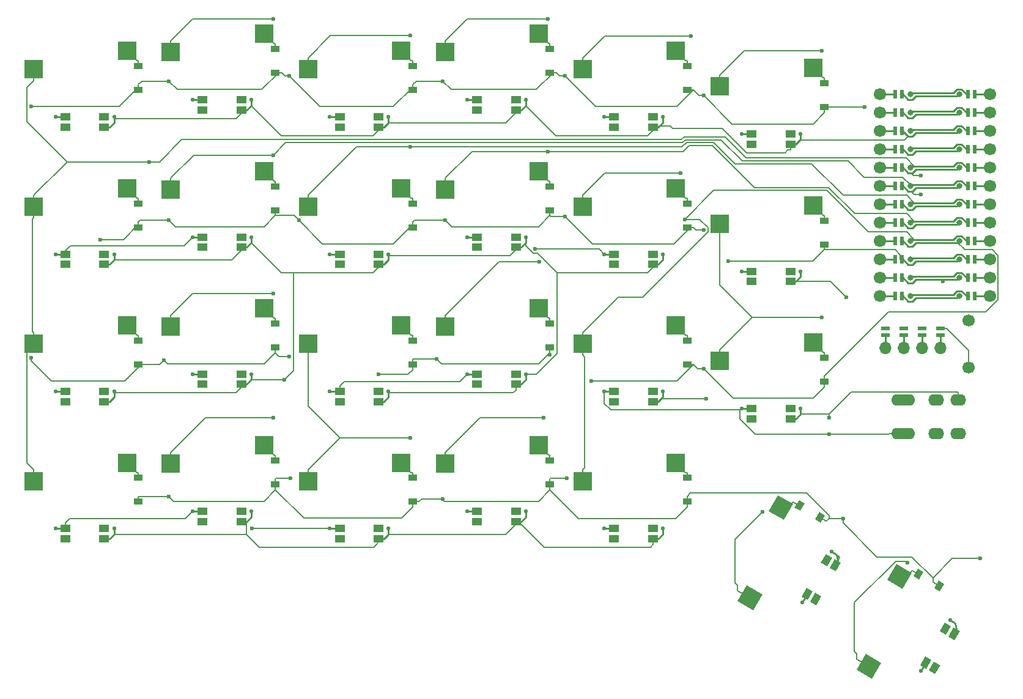
<source format=gbl>
G04 #@! TF.GenerationSoftware,KiCad,Pcbnew,8.0.8+1*
G04 #@! TF.CreationDate,2025-06-17T16:01:52+00:00*
G04 #@! TF.ProjectId,eggada50_autorouted,65676761-6461-4353-905f-6175746f726f,0.2*
G04 #@! TF.SameCoordinates,Original*
G04 #@! TF.FileFunction,Copper,L2,Bot*
G04 #@! TF.FilePolarity,Positive*
%FSLAX46Y46*%
G04 Gerber Fmt 4.6, Leading zero omitted, Abs format (unit mm)*
G04 Created by KiCad (PCBNEW 8.0.8+1) date 2025-06-17 16:01:52*
%MOMM*%
%LPD*%
G01*
G04 APERTURE LIST*
G04 #@! TA.AperFunction,ComponentPad*
%ADD10C,1.700000*%
G04 #@! TD*
G04 #@! TA.AperFunction,SMDPad,CuDef*
%ADD11R,0.600000X1.200000*%
G04 #@! TD*
G04 #@! TA.AperFunction,ComponentPad*
%ADD12C,0.800000*%
G04 #@! TD*
G04 #@! TA.AperFunction,ComponentPad*
%ADD13O,2.200000X1.600000*%
G04 #@! TD*
G04 #@! TA.AperFunction,ComponentPad*
%ADD14O,3.300000X1.600000*%
G04 #@! TD*
G04 #@! TA.AperFunction,ComponentPad*
%ADD15O,1.700000X1.700000*%
G04 #@! TD*
G04 #@! TA.AperFunction,SMDPad,CuDef*
%ADD16R,1.200000X0.600000*%
G04 #@! TD*
G04 #@! TA.AperFunction,SMDPad,CuDef*
%ADD17R,1.400000X1.000000*%
G04 #@! TD*
G04 #@! TA.AperFunction,SMDPad,CuDef*
%ADD18R,1.200000X0.900000*%
G04 #@! TD*
G04 #@! TA.AperFunction,SMDPad,CuDef*
%ADD19R,2.550000X2.500000*%
G04 #@! TD*
G04 #@! TA.AperFunction,ViaPad*
%ADD20C,0.600000*%
G04 #@! TD*
G04 #@! TA.AperFunction,ViaPad*
%ADD21C,0.560000*%
G04 #@! TD*
G04 #@! TA.AperFunction,Conductor*
%ADD22C,0.200000*%
G04 #@! TD*
G04 #@! TA.AperFunction,Conductor*
%ADD23C,0.250000*%
G04 #@! TD*
G04 APERTURE END LIST*
D10*
X222350000Y-75251000D03*
X222350000Y-81751000D03*
D11*
X223184000Y-43920000D03*
D10*
X225324000Y-43920000D03*
D11*
X223184000Y-46460000D03*
D10*
X225324000Y-46460000D03*
D11*
X223184000Y-49000000D03*
D10*
X225324000Y-49000000D03*
D11*
X223184000Y-51540000D03*
D10*
X225324000Y-51540000D03*
D11*
X223184000Y-54080000D03*
D10*
X225324000Y-54080000D03*
D11*
X223184000Y-56620000D03*
D10*
X225324000Y-56620000D03*
D11*
X223184000Y-59160000D03*
D10*
X225324000Y-59160000D03*
D11*
X223184000Y-61700000D03*
D10*
X225324000Y-61700000D03*
D11*
X223184000Y-64240000D03*
D10*
X225324000Y-64240000D03*
D11*
X223184000Y-66780000D03*
D10*
X225324000Y-66780000D03*
D11*
X223184000Y-69320000D03*
D10*
X225324000Y-69320000D03*
D11*
X223184000Y-71860000D03*
D10*
X225324000Y-71860000D03*
X210084000Y-71860000D03*
D11*
X212224000Y-71860000D03*
D10*
X210084000Y-69320000D03*
D11*
X212224000Y-69320000D03*
D10*
X210084000Y-66780000D03*
D11*
X212224000Y-66780000D03*
D10*
X210084000Y-64240000D03*
D11*
X212224000Y-64240000D03*
D10*
X210084000Y-61700000D03*
D11*
X212224000Y-61700000D03*
D10*
X210084000Y-59160000D03*
D11*
X212224000Y-59160000D03*
D10*
X210084000Y-56620000D03*
D11*
X212224000Y-56620000D03*
D10*
X210084000Y-54080000D03*
D11*
X212224000Y-54080000D03*
D10*
X210084000Y-51540000D03*
D11*
X212224000Y-51540000D03*
D10*
X210084000Y-49000000D03*
D11*
X212224000Y-49000000D03*
D10*
X210084000Y-46460000D03*
D11*
X212224000Y-46460000D03*
D10*
X210084000Y-43920000D03*
D11*
X212224000Y-43920000D03*
X213124000Y-43920000D03*
D12*
X221104000Y-43920000D03*
D11*
X213124000Y-46460000D03*
D12*
X221104000Y-46460000D03*
D11*
X213124000Y-49000000D03*
D12*
X221104000Y-49000000D03*
D11*
X213124000Y-51540000D03*
D12*
X221104000Y-51540000D03*
D11*
X213124000Y-54080000D03*
D12*
X221104000Y-54080000D03*
D11*
X213124000Y-56620000D03*
D12*
X221104000Y-56620000D03*
D11*
X213124000Y-59160000D03*
D12*
X221104000Y-59160000D03*
D11*
X213124000Y-61700000D03*
D12*
X221104000Y-61700000D03*
D11*
X213124000Y-64240000D03*
D12*
X221104000Y-64240000D03*
D11*
X213124000Y-66780000D03*
D12*
X221104000Y-66780000D03*
D11*
X213124000Y-69320000D03*
D12*
X221104000Y-69320000D03*
D11*
X213124000Y-71860000D03*
D12*
X221104000Y-71860000D03*
X214304000Y-71860000D03*
D11*
X222284000Y-71860000D03*
D12*
X214304000Y-69320000D03*
D11*
X222284000Y-69320000D03*
D12*
X214304000Y-66780000D03*
D11*
X222284000Y-66780000D03*
D12*
X214304000Y-64240000D03*
D11*
X222284000Y-64240000D03*
D12*
X214304000Y-61700000D03*
D11*
X222284000Y-61700000D03*
D12*
X214304000Y-59160000D03*
D11*
X222284000Y-59160000D03*
D12*
X214304000Y-56620000D03*
D11*
X222284000Y-56620000D03*
D12*
X214304000Y-54080000D03*
D11*
X222284000Y-54080000D03*
D12*
X214304000Y-51540000D03*
D11*
X222284000Y-51540000D03*
D12*
X214304000Y-49000000D03*
D11*
X222284000Y-49000000D03*
D12*
X214304000Y-46460000D03*
D11*
X222284000Y-46460000D03*
D12*
X214304000Y-43920000D03*
D11*
X222284000Y-43920000D03*
D13*
X220910000Y-86260000D03*
X220910000Y-90860000D03*
X217910000Y-86260000D03*
X217910000Y-90860000D03*
D14*
X213360000Y-86260000D03*
X213360000Y-90860000D03*
D15*
X210837000Y-79008000D03*
X213377000Y-79008000D03*
X215917000Y-79008000D03*
X218457000Y-79008000D03*
D16*
X218457000Y-77258000D03*
X215917000Y-77258000D03*
X213377000Y-77258000D03*
X210837000Y-77258000D03*
X218457000Y-76358000D03*
X215917000Y-76358000D03*
X213377000Y-76358000D03*
X210837000Y-76358000D03*
D17*
X135300000Y-104050000D03*
X135300000Y-105450000D03*
X140700000Y-105450000D03*
X140700000Y-104050000D03*
G04 #@! TA.AperFunction,SMDPad,CuDef*
G36*
X209007327Y-124834972D02*
G01*
X206842263Y-123584972D01*
X208117263Y-121376608D01*
X210282327Y-122626608D01*
X209007327Y-124834972D01*
G37*
G04 #@! TD.AperFunction*
G04 #@! TA.AperFunction,SMDPad,CuDef*
G36*
X213271123Y-112369862D02*
G01*
X211106059Y-111119862D01*
X212381059Y-108911498D01*
X214546123Y-110161498D01*
X213271123Y-112369862D01*
G37*
G04 #@! TD.AperFunction*
D18*
X183400000Y-100325000D03*
X183400000Y-97025000D03*
D19*
X149915000Y-76085000D03*
X162842000Y-73545000D03*
D17*
X97300000Y-47050000D03*
X97300000Y-48450000D03*
X102700000Y-48450000D03*
X102700000Y-47050000D03*
D18*
X145400000Y-100325000D03*
X145400000Y-97025000D03*
X202400000Y-83700000D03*
X202400000Y-80400000D03*
D19*
X149915000Y-57085000D03*
X162842000Y-54545000D03*
D17*
X97300000Y-66050000D03*
X97300000Y-67450000D03*
X102700000Y-67450000D03*
X102700000Y-66050000D03*
D18*
X107400000Y-81325000D03*
X107400000Y-78025000D03*
D17*
X97300000Y-85050000D03*
X97300000Y-86450000D03*
X102700000Y-86450000D03*
X102700000Y-85050000D03*
D19*
X92915000Y-97460000D03*
X105842000Y-94920000D03*
D17*
X173300000Y-85050000D03*
X173300000Y-86450000D03*
X178700000Y-86450000D03*
X178700000Y-85050000D03*
G04 #@! TA.AperFunction,SMDPad,CuDef*
G36*
X218975653Y-111699285D02*
G01*
X218375653Y-112738515D01*
X217596231Y-112288515D01*
X218196231Y-111249285D01*
X218975653Y-111699285D01*
G37*
G04 #@! TD.AperFunction*
G04 #@! TA.AperFunction,SMDPad,CuDef*
G36*
X216117769Y-110049285D02*
G01*
X215517769Y-111088515D01*
X214738347Y-110638515D01*
X215338347Y-109599285D01*
X216117769Y-110049285D01*
G37*
G04 #@! TD.AperFunction*
G04 #@! TA.AperFunction,SMDPad,CuDef*
G36*
X199924369Y-112247051D02*
G01*
X200790395Y-112747051D01*
X200090395Y-113959487D01*
X199224369Y-113459487D01*
X199924369Y-112247051D01*
G37*
G04 #@! TD.AperFunction*
G04 #@! TA.AperFunction,SMDPad,CuDef*
G36*
X201136805Y-112947051D02*
G01*
X202002831Y-113447051D01*
X201302831Y-114659487D01*
X200436805Y-114159487D01*
X201136805Y-112947051D01*
G37*
G04 #@! TD.AperFunction*
G04 #@! TA.AperFunction,SMDPad,CuDef*
G36*
X203836805Y-108270513D02*
G01*
X204702831Y-108770513D01*
X204002831Y-109982949D01*
X203136805Y-109482949D01*
X203836805Y-108270513D01*
G37*
G04 #@! TD.AperFunction*
G04 #@! TA.AperFunction,SMDPad,CuDef*
G36*
X202624369Y-107570513D02*
G01*
X203490395Y-108070513D01*
X202790395Y-109282949D01*
X201924369Y-108782949D01*
X202624369Y-107570513D01*
G37*
G04 #@! TD.AperFunction*
X116300000Y-63675000D03*
X116300000Y-65075000D03*
X121700000Y-65075000D03*
X121700000Y-63675000D03*
D19*
X168915000Y-59460000D03*
X181842000Y-56920000D03*
D17*
X192300000Y-49425000D03*
X192300000Y-50825000D03*
X197700000Y-50825000D03*
X197700000Y-49425000D03*
D18*
X126400000Y-40950000D03*
X126400000Y-37650000D03*
D19*
X111915000Y-38085000D03*
X124842000Y-35545000D03*
D17*
X154300000Y-82675000D03*
X154300000Y-84075000D03*
X159700000Y-84075000D03*
X159700000Y-82675000D03*
X154300000Y-101675000D03*
X154300000Y-103075000D03*
X159700000Y-103075000D03*
X159700000Y-101675000D03*
D19*
X168915000Y-40460000D03*
X181842000Y-37920000D03*
D17*
X116300000Y-44675000D03*
X116300000Y-46075000D03*
X121700000Y-46075000D03*
X121700000Y-44675000D03*
D18*
X145400000Y-81325000D03*
X145400000Y-78025000D03*
D17*
X154300000Y-44675000D03*
X154300000Y-46075000D03*
X159700000Y-46075000D03*
X159700000Y-44675000D03*
D18*
X164400000Y-40950000D03*
X164400000Y-37650000D03*
X183400000Y-43325000D03*
X183400000Y-40025000D03*
X145400000Y-43325000D03*
X145400000Y-40025000D03*
X107400000Y-100325000D03*
X107400000Y-97025000D03*
D19*
X168915000Y-97460000D03*
X181842000Y-94920000D03*
X130915000Y-59460000D03*
X143842000Y-56920000D03*
D18*
X126400000Y-59950000D03*
X126400000Y-56650000D03*
D17*
X192300000Y-87425000D03*
X192300000Y-88825000D03*
X197700000Y-88825000D03*
X197700000Y-87425000D03*
D19*
X111915000Y-57085000D03*
X124842000Y-54545000D03*
D17*
X192300000Y-68425000D03*
X192300000Y-69825000D03*
X197700000Y-69825000D03*
X197700000Y-68425000D03*
G04 #@! TA.AperFunction,SMDPad,CuDef*
G36*
X192552827Y-115334972D02*
G01*
X190387763Y-114084972D01*
X191662763Y-111876608D01*
X193827827Y-113126608D01*
X192552827Y-115334972D01*
G37*
G04 #@! TD.AperFunction*
G04 #@! TA.AperFunction,SMDPad,CuDef*
G36*
X196816623Y-102869862D02*
G01*
X194651559Y-101619862D01*
X195926559Y-99411498D01*
X198091623Y-100661498D01*
X196816623Y-102869862D01*
G37*
G04 #@! TD.AperFunction*
D18*
X164400000Y-59950000D03*
X164400000Y-56650000D03*
D19*
X92915000Y-40460000D03*
X105842000Y-37920000D03*
G04 #@! TA.AperFunction,SMDPad,CuDef*
G36*
X202521153Y-102199285D02*
G01*
X201921153Y-103238515D01*
X201141731Y-102788515D01*
X201741731Y-101749285D01*
X202521153Y-102199285D01*
G37*
G04 #@! TD.AperFunction*
G04 #@! TA.AperFunction,SMDPad,CuDef*
G36*
X199663269Y-100549285D02*
G01*
X199063269Y-101588515D01*
X198283847Y-101138515D01*
X198883847Y-100099285D01*
X199663269Y-100549285D01*
G37*
G04 #@! TD.AperFunction*
X130915000Y-97460000D03*
X143842000Y-94920000D03*
X130915000Y-78460000D03*
X143842000Y-75920000D03*
D18*
X164400000Y-78950000D03*
X164400000Y-75650000D03*
D17*
X116300000Y-82675000D03*
X116300000Y-84075000D03*
X121700000Y-84075000D03*
X121700000Y-82675000D03*
D19*
X149915000Y-95085000D03*
X162842000Y-92545000D03*
D18*
X183400000Y-62325000D03*
X183400000Y-59025000D03*
D17*
X135300000Y-66050000D03*
X135300000Y-67450000D03*
X140700000Y-67450000D03*
X140700000Y-66050000D03*
X116300000Y-101675000D03*
X116300000Y-103075000D03*
X121700000Y-103075000D03*
X121700000Y-101675000D03*
D19*
X168915000Y-78460000D03*
X181842000Y-75920000D03*
X92915000Y-78460000D03*
X105842000Y-75920000D03*
X149915000Y-38085000D03*
X162842000Y-35545000D03*
X187915000Y-61835000D03*
X200842000Y-59295000D03*
D17*
X135300000Y-47050000D03*
X135300000Y-48450000D03*
X140700000Y-48450000D03*
X140700000Y-47050000D03*
D18*
X107400000Y-43325000D03*
X107400000Y-40025000D03*
X145400000Y-62325000D03*
X145400000Y-59025000D03*
D19*
X187915000Y-42835000D03*
X200842000Y-40295000D03*
X130915000Y-40460000D03*
X143842000Y-37920000D03*
D17*
X173300000Y-66050000D03*
X173300000Y-67450000D03*
X178700000Y-67450000D03*
X178700000Y-66050000D03*
D19*
X111915000Y-95085000D03*
X124842000Y-92545000D03*
X92915000Y-59460000D03*
X105842000Y-56920000D03*
D18*
X107400000Y-62325000D03*
X107400000Y-59025000D03*
X202400000Y-64700000D03*
X202400000Y-61400000D03*
D17*
X173300000Y-104050000D03*
X173300000Y-105450000D03*
X178700000Y-105450000D03*
X178700000Y-104050000D03*
X173300000Y-47050000D03*
X173300000Y-48450000D03*
X178700000Y-48450000D03*
X178700000Y-47050000D03*
G04 #@! TA.AperFunction,SMDPad,CuDef*
G36*
X216378869Y-121747051D02*
G01*
X217244895Y-122247051D01*
X216544895Y-123459487D01*
X215678869Y-122959487D01*
X216378869Y-121747051D01*
G37*
G04 #@! TD.AperFunction*
G04 #@! TA.AperFunction,SMDPad,CuDef*
G36*
X217591305Y-122447051D02*
G01*
X218457331Y-122947051D01*
X217757331Y-124159487D01*
X216891305Y-123659487D01*
X217591305Y-122447051D01*
G37*
G04 #@! TD.AperFunction*
G04 #@! TA.AperFunction,SMDPad,CuDef*
G36*
X220291305Y-117770513D02*
G01*
X221157331Y-118270513D01*
X220457331Y-119482949D01*
X219591305Y-118982949D01*
X220291305Y-117770513D01*
G37*
G04 #@! TD.AperFunction*
G04 #@! TA.AperFunction,SMDPad,CuDef*
G36*
X219078869Y-117070513D02*
G01*
X219944895Y-117570513D01*
X219244895Y-118782949D01*
X218378869Y-118282949D01*
X219078869Y-117070513D01*
G37*
G04 #@! TD.AperFunction*
D18*
X126400000Y-97950000D03*
X126400000Y-94650000D03*
D17*
X135300000Y-85050000D03*
X135300000Y-86450000D03*
X140700000Y-86450000D03*
X140700000Y-85050000D03*
D18*
X202400000Y-45700000D03*
X202400000Y-42400000D03*
X183400000Y-81325000D03*
X183400000Y-78025000D03*
D19*
X111915000Y-76085000D03*
X124842000Y-73545000D03*
D18*
X126400000Y-78950000D03*
X126400000Y-75650000D03*
D19*
X187915000Y-80835000D03*
X200842000Y-78295000D03*
D18*
X164400000Y-97950000D03*
X164400000Y-94650000D03*
D17*
X97300000Y-104050000D03*
X97300000Y-105450000D03*
X102700000Y-105450000D03*
X102700000Y-104050000D03*
X154300000Y-63675000D03*
X154300000Y-65075000D03*
X159700000Y-65075000D03*
X159700000Y-63675000D03*
D20*
X108904400Y-53270200D03*
D21*
X161060000Y-82675000D03*
X199060000Y-68425000D03*
X180060000Y-85050000D03*
X180060000Y-47050000D03*
X142060000Y-66050000D03*
X142060000Y-85050000D03*
D20*
X186024600Y-86108000D03*
D21*
X219842000Y-116749000D03*
X180060000Y-66050000D03*
X142060000Y-47050000D03*
X123060000Y-82675000D03*
X104060000Y-66050000D03*
X104060000Y-85050000D03*
X180060000Y-104050000D03*
X203387000Y-107249000D03*
D20*
X203113300Y-88715400D03*
D21*
X142060000Y-104050000D03*
X161060000Y-63675000D03*
X199060000Y-87425000D03*
X104060000Y-47050000D03*
X123060000Y-63675000D03*
X123060000Y-44675000D03*
X161060000Y-101675000D03*
D20*
X127673500Y-83402700D03*
D21*
X104060000Y-104050000D03*
X199060000Y-49425000D03*
D20*
X205429900Y-72018500D03*
D21*
X161060000Y-44675000D03*
X123060000Y-101675000D03*
D20*
X126085000Y-71492200D03*
X126085000Y-88715400D03*
X126085000Y-52344900D03*
X126085000Y-33490100D03*
X145085000Y-51227900D03*
X145085000Y-91499800D03*
X145085000Y-35811200D03*
X162935200Y-67094200D03*
X164085000Y-51850900D03*
X164085000Y-33464200D03*
X163560600Y-88715400D03*
X183942700Y-35855600D03*
X182524400Y-54790200D03*
X183085000Y-61222300D03*
X193831400Y-101747700D03*
X202085000Y-37874500D03*
X202085000Y-74793400D03*
X213943500Y-108745600D03*
X166790800Y-97068700D03*
X223964400Y-108206200D03*
X111600000Y-99573300D03*
X205014500Y-102637400D03*
X128473200Y-97068600D03*
X149538400Y-99977600D03*
X110923800Y-80732200D03*
X128291600Y-80189900D03*
X170132600Y-83623200D03*
X164344000Y-79968500D03*
X185689200Y-81919700D03*
X140653600Y-82711100D03*
X148698300Y-80573300D03*
X92600000Y-80369600D03*
X129698300Y-61384900D03*
X111640600Y-61331800D03*
X185687200Y-62674300D03*
X189134300Y-67031500D03*
X102155200Y-64015800D03*
X166537600Y-60871400D03*
X149944900Y-61330700D03*
X185689200Y-44050000D03*
X166537600Y-41380600D03*
X149544800Y-42086400D03*
X92600000Y-45606400D03*
X128293200Y-41380600D03*
X218856000Y-69770900D03*
X111640600Y-42086400D03*
X208016600Y-45700000D03*
D21*
X133940000Y-66050000D03*
X114940000Y-63675000D03*
D20*
X123137100Y-104050000D03*
D21*
X190940000Y-49425000D03*
X215782000Y-123781000D03*
X152940000Y-63675000D03*
X95940000Y-85050000D03*
X114940000Y-44675000D03*
X114940000Y-82675000D03*
X114940000Y-101675000D03*
X171940000Y-104050000D03*
X95940000Y-47050000D03*
D20*
X162374600Y-65351000D03*
D21*
X95940000Y-66050000D03*
X95940000Y-104050000D03*
X133940000Y-47050000D03*
X133940000Y-104050000D03*
X171940000Y-85050000D03*
X190940000Y-68425000D03*
D20*
X203113300Y-90949000D03*
D21*
X199327000Y-114281000D03*
X152940000Y-44675000D03*
X133940000Y-85050000D03*
X171940000Y-66050000D03*
X152940000Y-101675000D03*
X190940000Y-87425000D03*
X171940000Y-47050000D03*
X152940000Y-82675000D03*
D20*
X215799700Y-55130000D03*
X215799700Y-57754900D03*
D22*
X191585100Y-52746600D02*
X188662000Y-49823500D01*
X108904400Y-53270200D02*
X97553100Y-53270200D01*
X97553100Y-53270200D02*
X92915000Y-57908300D01*
X92774600Y-76767900D02*
X92915000Y-76908300D01*
X92915000Y-59460000D02*
X92915000Y-61011700D01*
D23*
X214875800Y-53860000D02*
X214524000Y-53860000D01*
D22*
X188662000Y-49823500D02*
X182978200Y-49823500D01*
D23*
X222479000Y-54080000D02*
X222284000Y-54080000D01*
D22*
X91973700Y-94967000D02*
X92915000Y-95908300D01*
D23*
X220299000Y-53860000D02*
X214875800Y-53860000D01*
D22*
X92915000Y-58684100D02*
X92915000Y-57908300D01*
X214524000Y-53860000D02*
X214304000Y-54080000D01*
X213762400Y-52746600D02*
X191585100Y-52746600D01*
D23*
X221404000Y-53355000D02*
X220804000Y-53355000D01*
D22*
X92915000Y-61011700D02*
X92774600Y-61152100D01*
X110353000Y-53270200D02*
X108904400Y-53270200D01*
X113429100Y-50194100D02*
X110353000Y-53270200D01*
X91973700Y-79401300D02*
X91973700Y-94967000D01*
X91966900Y-42959800D02*
X91966900Y-47684000D01*
X182607600Y-50194100D02*
X113429100Y-50194100D01*
X214875800Y-53860000D02*
X213762400Y-52746600D01*
X92915000Y-97460000D02*
X92915000Y-95908300D01*
X92915000Y-40460000D02*
X92915000Y-42011700D01*
X91966900Y-47684000D02*
X97553100Y-53270200D01*
X92915000Y-78460000D02*
X92915000Y-76908300D01*
D23*
X222129000Y-54080000D02*
X221404000Y-53355000D01*
D22*
X92915000Y-42011700D02*
X91966900Y-42959800D01*
X182978200Y-49823500D02*
X182607600Y-50194100D01*
D23*
X222284000Y-54080000D02*
X222129000Y-54080000D01*
D22*
X92915000Y-78460000D02*
X91973700Y-79401300D01*
X92774600Y-61152100D02*
X92774600Y-76767900D01*
D23*
X220804000Y-53355000D02*
X220299000Y-53860000D01*
D22*
X92915000Y-58684100D02*
X92915000Y-59460000D01*
X107195300Y-96273300D02*
X105842000Y-94920000D01*
X107400000Y-97025000D02*
X107400000Y-96273300D01*
X107400000Y-96273300D02*
X107195300Y-96273300D01*
D23*
X179095700Y-48450000D02*
X179400000Y-48450000D01*
X199060000Y-88230900D02*
X199060000Y-88152700D01*
D22*
X120914600Y-47256100D02*
X104266100Y-47256100D01*
D23*
X160400000Y-65075000D02*
X161060000Y-64480900D01*
X103400000Y-48450000D02*
X104060000Y-47855900D01*
X199060000Y-69230900D02*
X199060000Y-68425000D01*
X159700000Y-84075000D02*
X160400000Y-84075000D01*
X141400000Y-86450000D02*
X142060000Y-85855900D01*
X179095700Y-67450000D02*
X179400000Y-67450000D01*
D22*
X213296600Y-49017600D02*
X213296500Y-49017500D01*
D23*
X179780000Y-86107900D02*
X180060000Y-85855900D01*
D22*
X179095700Y-48450000D02*
X177898500Y-49647200D01*
D23*
X161060000Y-83480900D02*
X161060000Y-82675000D01*
X198400000Y-50825000D02*
X199016600Y-50270000D01*
D22*
X104266100Y-85256100D02*
X104060000Y-85050000D01*
D23*
X222129000Y-46460000D02*
X221404000Y-45735000D01*
D22*
X123060000Y-83402700D02*
X127673500Y-83402700D01*
D23*
X180060000Y-85855900D02*
X180060000Y-85050000D01*
X123060000Y-64480900D02*
X123060000Y-63675000D01*
D22*
X179095700Y-67450000D02*
X177898500Y-68647200D01*
X162125500Y-65952700D02*
X162676400Y-65952700D01*
D23*
X180060000Y-104856000D02*
X180060000Y-104050000D01*
D22*
X159318200Y-85258500D02*
X159700000Y-84876700D01*
X220874000Y-49230000D02*
X221104000Y-49000000D01*
X160095700Y-103075000D02*
X163624500Y-106603800D01*
D23*
X122400000Y-65075000D02*
X123060000Y-64480900D01*
D22*
X139978100Y-106648500D02*
X124192500Y-106648500D01*
D23*
X160095700Y-46075000D02*
X160400000Y-46075000D01*
X222284000Y-46460000D02*
X222129000Y-46460000D01*
X160095700Y-65075000D02*
X160400000Y-65075000D01*
X123060000Y-45480900D02*
X123060000Y-44675000D01*
D22*
X191604400Y-51997900D02*
X196981700Y-51997900D01*
D23*
X204085000Y-107652000D02*
X203387000Y-107249000D01*
D22*
X141095700Y-67450000D02*
X139898500Y-68647200D01*
X161060000Y-82675000D02*
X162488400Y-82675000D01*
D23*
X198050000Y-69825000D02*
X198400000Y-69825000D01*
D22*
X188281700Y-48675200D02*
X191604400Y-51997900D01*
X178700000Y-105450000D02*
X178700000Y-106251700D01*
X120914600Y-85256100D02*
X104266100Y-85256100D01*
X163624500Y-106603800D02*
X178347900Y-106603800D01*
X177898500Y-68647200D02*
X165370900Y-68647200D01*
D23*
X140700000Y-86450000D02*
X141400000Y-86450000D01*
D22*
X104266100Y-47256100D02*
X104060000Y-47050000D01*
D23*
X121700000Y-103075000D02*
X122400000Y-103075000D01*
X141050000Y-105450000D02*
X141400000Y-105450000D01*
X161060000Y-102481000D02*
X161060000Y-101675000D01*
D22*
X165226300Y-49647200D02*
X161060000Y-45480900D01*
D23*
X142060000Y-47855900D02*
X142060000Y-47050000D01*
X104060000Y-85855900D02*
X104060000Y-85050000D01*
X104060000Y-66855900D02*
X104060000Y-66050000D01*
D22*
X128907100Y-82169100D02*
X128907100Y-68647200D01*
D23*
X178700000Y-48450000D02*
X179095700Y-48450000D01*
D22*
X218457000Y-76358000D02*
X219358700Y-76358000D01*
D23*
X104060000Y-47855900D02*
X104060000Y-47050000D01*
D22*
X197352900Y-51626700D02*
X197700000Y-51626700D01*
D23*
X203920000Y-109127000D02*
X204270000Y-108521000D01*
X160095700Y-103075000D02*
X160400000Y-103075000D01*
X161060000Y-64480900D02*
X161060000Y-63675000D01*
D22*
X127673500Y-83402700D02*
X128907100Y-82169100D01*
D23*
X213296600Y-49017600D02*
X213358500Y-49079500D01*
D22*
X203113300Y-88152700D02*
X203113300Y-88715400D01*
X128907100Y-68647200D02*
X127226300Y-68647200D01*
D23*
X180060000Y-66855900D02*
X180060000Y-66050000D01*
X122095700Y-65075000D02*
X122400000Y-65075000D01*
X140700000Y-105450000D02*
X141050000Y-105450000D01*
D22*
X158314700Y-104856000D02*
X142060000Y-104856000D01*
D23*
X199016600Y-50270000D02*
X199060000Y-50230900D01*
X213124000Y-49000000D02*
X213279000Y-49000000D01*
D22*
X181043600Y-48330600D02*
X181388200Y-48675200D01*
D23*
X214004200Y-49725000D02*
X214604000Y-49725000D01*
D22*
X124192500Y-106648500D02*
X122400000Y-104856000D01*
X177898500Y-49647200D02*
X165226300Y-49647200D01*
D23*
X220540000Y-117152000D02*
X219842000Y-116749000D01*
D22*
X122095700Y-46075000D02*
X120914600Y-47256100D01*
D23*
X141400000Y-48450000D02*
X142060000Y-47855900D01*
X142060000Y-104856000D02*
X142060000Y-104050000D01*
X213124000Y-51540000D02*
X213279000Y-51540000D01*
X142060000Y-85855900D02*
X142060000Y-85050000D01*
X221404000Y-45735000D02*
X220804000Y-45735000D01*
X210837000Y-79008000D02*
X210837000Y-77258000D01*
X213279000Y-51540000D02*
X214004000Y-52265000D01*
D22*
X142268500Y-85258500D02*
X159318200Y-85258500D01*
D23*
X214604000Y-49725000D02*
X215099000Y-49230000D01*
X178700000Y-67450000D02*
X179095700Y-67450000D01*
X103400000Y-67450000D02*
X104060000Y-66855900D01*
D22*
X160095700Y-103075000D02*
X158314700Y-104856000D01*
X122095700Y-84075000D02*
X120914600Y-85256100D01*
X220874000Y-51770000D02*
X221104000Y-51540000D01*
X204291300Y-107858300D02*
X204085000Y-107652000D01*
D23*
X141095700Y-48450000D02*
X141400000Y-48450000D01*
D22*
X213358500Y-49079500D02*
X213296600Y-49017600D01*
D23*
X199060000Y-50230900D02*
X199060000Y-49425000D01*
X159700000Y-65075000D02*
X160095700Y-65075000D01*
X214004000Y-52265000D02*
X214604000Y-52265000D01*
D22*
X142060000Y-85050000D02*
X142268500Y-85258500D01*
D23*
X204270000Y-108521000D02*
X204085000Y-107652000D01*
X102700000Y-105450000D02*
X103400000Y-105450000D01*
X102700000Y-48450000D02*
X103400000Y-48450000D01*
X178700000Y-86450000D02*
X179400000Y-86450000D01*
X123060000Y-102481000D02*
X123060000Y-101675000D01*
D22*
X161060000Y-64887200D02*
X162125500Y-65952700D01*
X178347900Y-106603800D02*
X178700000Y-106251700D01*
D23*
X180060000Y-47855900D02*
X180060000Y-47050000D01*
D22*
X160095700Y-46075000D02*
X158314800Y-47855900D01*
X203113300Y-88152700D02*
X206107700Y-85158300D01*
X122400000Y-104856000D02*
X104060000Y-104856000D01*
X204528100Y-108073200D02*
X204313200Y-107858300D01*
D23*
X160400000Y-103075000D02*
X161060000Y-102481000D01*
D22*
X139898500Y-68647200D02*
X128907100Y-68647200D01*
X214524000Y-46240000D02*
X214304000Y-46460000D01*
X197700000Y-50825000D02*
X197700000Y-51626700D01*
D23*
X140700000Y-48450000D02*
X141095700Y-48450000D01*
X123060000Y-83480900D02*
X123060000Y-83402700D01*
X103400000Y-105450000D02*
X104060000Y-104856000D01*
X160400000Y-84075000D02*
X161060000Y-83480900D01*
D22*
X159700000Y-84075000D02*
X159700000Y-84876700D01*
D23*
X213358500Y-49079500D02*
X214004000Y-49725000D01*
D22*
X165370900Y-79792500D02*
X165370900Y-68647200D01*
D23*
X198400000Y-88825000D02*
X199060000Y-88230900D01*
X215099000Y-49230000D02*
X220874000Y-49230000D01*
X122400000Y-46075000D02*
X123060000Y-45480900D01*
X141095700Y-67450000D02*
X141400000Y-67450000D01*
X197700000Y-69825000D02*
X198050000Y-69825000D01*
X142060000Y-66855900D02*
X142060000Y-66050000D01*
D22*
X220910000Y-86260000D02*
X220910000Y-85158300D01*
D23*
X122095700Y-84075000D02*
X122400000Y-84075000D01*
D22*
X198050000Y-69825000D02*
X203236400Y-69825000D01*
X204313200Y-107858300D02*
X204291300Y-107858300D01*
X127226300Y-49647200D02*
X123060000Y-45480900D01*
D23*
X160400000Y-46075000D02*
X161060000Y-45480900D01*
X215099000Y-51770000D02*
X220874000Y-51770000D01*
D22*
X141050000Y-105576600D02*
X139978100Y-106648500D01*
D23*
X122400000Y-103075000D02*
X123060000Y-102481000D01*
D22*
X139898500Y-49647200D02*
X127226300Y-49647200D01*
X213459200Y-50270000D02*
X214004200Y-49725000D01*
D23*
X121700000Y-46075000D02*
X122095700Y-46075000D01*
X199060000Y-88152700D02*
X199060000Y-87425000D01*
D22*
X158914600Y-66256100D02*
X142266100Y-66256100D01*
D23*
X121700000Y-84075000D02*
X122095700Y-84075000D01*
X197700000Y-50825000D02*
X198400000Y-50825000D01*
X179532600Y-48330600D02*
X180060000Y-47855900D01*
D22*
X158314800Y-47855900D02*
X142060000Y-47855900D01*
D23*
X198400000Y-69825000D02*
X199060000Y-69230900D01*
D22*
X162676400Y-65952700D02*
X165370900Y-68647200D01*
X203236400Y-69825000D02*
X205429900Y-72018500D01*
D23*
X179400000Y-67450000D02*
X180060000Y-66855900D01*
D22*
X179780100Y-86108000D02*
X186024600Y-86108000D01*
X120314800Y-66855900D02*
X104060000Y-66855900D01*
X199060000Y-88152700D02*
X203113300Y-88152700D01*
X122400000Y-104856000D02*
X122400000Y-103075000D01*
D23*
X213296500Y-49017500D02*
X213296600Y-49017600D01*
X213279000Y-49000000D02*
X213296500Y-49017500D01*
X159700000Y-46075000D02*
X160095700Y-46075000D01*
D22*
X179780000Y-86107900D02*
X179780100Y-86108000D01*
X206107700Y-85158300D02*
X220910000Y-85158300D01*
X122095700Y-65075000D02*
X120314800Y-66855900D01*
D23*
X197700000Y-88825000D02*
X198400000Y-88825000D01*
X178700000Y-105450000D02*
X179400000Y-105450000D01*
X220374000Y-118627000D02*
X220724000Y-118021000D01*
X141400000Y-67450000D02*
X142060000Y-66855900D01*
X140700000Y-67450000D02*
X141095700Y-67450000D01*
X103400000Y-86450000D02*
X104060000Y-85855900D01*
D22*
X179532600Y-48330600D02*
X181043600Y-48330600D01*
D23*
X179400000Y-105450000D02*
X180060000Y-104856000D01*
X102700000Y-67450000D02*
X103400000Y-67450000D01*
X214604000Y-52265000D02*
X215099000Y-51770000D01*
D22*
X160095700Y-65075000D02*
X158914600Y-66256100D01*
X181388200Y-48675200D02*
X188281700Y-48675200D01*
X222350000Y-81751000D02*
X222350000Y-79349300D01*
X142266100Y-66256100D02*
X142060000Y-66050000D01*
X161060000Y-64480900D02*
X161060000Y-64887200D01*
D23*
X141400000Y-105450000D02*
X142060000Y-104856000D01*
D22*
X127226300Y-68647200D02*
X123060000Y-64480900D01*
X162488400Y-82675000D02*
X165370900Y-79792500D01*
D23*
X214004000Y-49725000D02*
X214004200Y-49725000D01*
D22*
X203919800Y-109126700D02*
X204528100Y-108073200D01*
D23*
X104060000Y-104856000D02*
X104060000Y-104050000D01*
X179400000Y-48450000D02*
X179532600Y-48330600D01*
D22*
X199016600Y-50270000D02*
X213459200Y-50270000D01*
X141095700Y-48450000D02*
X139898500Y-49647200D01*
X222350000Y-79349300D02*
X219358700Y-76358000D01*
D23*
X220299000Y-46240000D02*
X214524000Y-46240000D01*
D22*
X196981700Y-51997900D02*
X197352900Y-51626700D01*
D23*
X222479000Y-46460000D02*
X222284000Y-46460000D01*
X122095700Y-46075000D02*
X122400000Y-46075000D01*
X121700000Y-65075000D02*
X122095700Y-65075000D01*
X122400000Y-84075000D02*
X123060000Y-83480900D01*
X159700000Y-103075000D02*
X160095700Y-103075000D01*
X212929000Y-51540000D02*
X213124000Y-51540000D01*
X161060000Y-45480900D02*
X161060000Y-44675000D01*
X102700000Y-86450000D02*
X103400000Y-86450000D01*
X220804000Y-45735000D02*
X220299000Y-46240000D01*
X179400000Y-86450000D02*
X179780000Y-86107900D01*
X212929000Y-49000000D02*
X213124000Y-49000000D01*
X220724000Y-118021000D02*
X220540000Y-117152000D01*
X123060000Y-83402700D02*
X123060000Y-82675000D01*
D22*
X141050000Y-105450000D02*
X141050000Y-105576600D01*
X107400000Y-78025000D02*
X107400000Y-77273300D01*
X107400000Y-77273300D02*
X107195300Y-77273300D01*
X107195300Y-77273300D02*
X105842000Y-75920000D01*
X107400000Y-58273300D02*
X107195300Y-58273300D01*
X107400000Y-59025000D02*
X107400000Y-58273300D01*
X107195300Y-58273300D02*
X105842000Y-56920000D01*
X107195300Y-39273300D02*
X105842000Y-37920000D01*
X107400000Y-40025000D02*
X107400000Y-39273300D01*
X107400000Y-39273300D02*
X107195300Y-39273300D01*
X182743700Y-50626000D02*
X127803900Y-50626000D01*
D23*
X220299000Y-56400000D02*
X214524000Y-56400000D01*
X222284000Y-56620000D02*
X222129000Y-56620000D01*
D22*
X111915000Y-57085000D02*
X111915000Y-55533300D01*
X188094300Y-50225200D02*
X183144500Y-50225200D01*
X205657700Y-53148300D02*
X191017400Y-53148300D01*
X127803900Y-50626000D02*
X126085000Y-52344900D01*
X214304000Y-56470200D02*
X213260400Y-55426600D01*
X214524000Y-56400000D02*
X214304000Y-56620000D01*
X111915000Y-76085000D02*
X111915000Y-74533300D01*
X111915000Y-55533300D02*
X115103400Y-52344900D01*
X114956100Y-71492200D02*
X126085000Y-71492200D01*
X111915000Y-38085000D02*
X111915000Y-36533300D01*
X214304000Y-56620000D02*
X214304000Y-56470200D01*
X183144500Y-50225200D02*
X182743700Y-50626000D01*
D23*
X221404000Y-55895000D02*
X220804000Y-55895000D01*
D22*
X111915000Y-93533300D02*
X116732900Y-88715400D01*
D23*
X220804000Y-55895000D02*
X220299000Y-56400000D01*
X222129000Y-56620000D02*
X221404000Y-55895000D01*
D22*
X116732900Y-88715400D02*
X126085000Y-88715400D01*
X115103400Y-52344900D02*
X126085000Y-52344900D01*
X111915000Y-95085000D02*
X111915000Y-93533300D01*
D23*
X222479000Y-56620000D02*
X222284000Y-56620000D01*
D22*
X114958200Y-33490100D02*
X126085000Y-33490100D01*
X111915000Y-36533300D02*
X114958200Y-33490100D01*
X111915000Y-74533300D02*
X114956100Y-71492200D01*
X207936000Y-55426600D02*
X205657700Y-53148300D01*
X191017400Y-53148300D02*
X188094300Y-50225200D01*
X213260400Y-55426600D02*
X207936000Y-55426600D01*
X126195300Y-93898300D02*
X124842000Y-92545000D01*
X126400000Y-93898300D02*
X126195300Y-93898300D01*
X126400000Y-94650000D02*
X126400000Y-93898300D01*
X126195300Y-74898300D02*
X124842000Y-73545000D01*
X126400000Y-74898300D02*
X126195300Y-74898300D01*
X126400000Y-75650000D02*
X126400000Y-74898300D01*
X126400000Y-56650000D02*
X126400000Y-55898300D01*
X126400000Y-55898300D02*
X126195300Y-55898300D01*
X126195300Y-55898300D02*
X124842000Y-54545000D01*
X126400000Y-36898300D02*
X126195300Y-36898300D01*
X126195300Y-36898300D02*
X124842000Y-35545000D01*
X126400000Y-37650000D02*
X126400000Y-36898300D01*
X200655300Y-53550000D02*
X190008400Y-53550000D01*
X130915000Y-40460000D02*
X130915000Y-38908300D01*
X130915000Y-59460000D02*
X130915000Y-57908300D01*
X135323500Y-91499800D02*
X145085000Y-91499800D01*
D23*
X222284000Y-59160000D02*
X222129000Y-59160000D01*
X222129000Y-59160000D02*
X221404000Y-58435000D01*
D22*
X214875800Y-58940000D02*
X213825800Y-57890000D01*
X130915000Y-78460000D02*
X130915000Y-87091300D01*
X130915000Y-87091300D02*
X135323500Y-91499800D01*
D23*
X221404000Y-58435000D02*
X220804000Y-58435000D01*
X220299000Y-58940000D02*
X214875800Y-58940000D01*
D22*
X130915000Y-57908300D02*
X137595400Y-51227900D01*
X214524000Y-58940000D02*
X214304000Y-59160000D01*
D23*
X214875800Y-58940000D02*
X214524000Y-58940000D01*
D22*
X187085300Y-50626900D02*
X183310800Y-50626900D01*
X134012100Y-35811200D02*
X145085000Y-35811200D01*
X182709800Y-51227900D02*
X145085000Y-51227900D01*
X130915000Y-95908300D02*
X135323500Y-91499800D01*
X183310800Y-50626900D02*
X182709800Y-51227900D01*
X130915000Y-38908300D02*
X134012100Y-35811200D01*
D23*
X222479000Y-59160000D02*
X222284000Y-59160000D01*
X220804000Y-58435000D02*
X220299000Y-58940000D01*
D22*
X213825800Y-57890000D02*
X204995300Y-57890000D01*
X137595400Y-51227900D02*
X145085000Y-51227900D01*
X130915000Y-97460000D02*
X130915000Y-95908300D01*
X190008400Y-53550000D02*
X187085300Y-50626900D01*
X204995300Y-57890000D02*
X200655300Y-53550000D01*
X145400000Y-97025000D02*
X145400000Y-96273300D01*
X145195300Y-96273300D02*
X143842000Y-94920000D01*
X145400000Y-96273300D02*
X145195300Y-96273300D01*
X145400000Y-77273300D02*
X145195300Y-77273300D01*
X145400000Y-78025000D02*
X145400000Y-77273300D01*
X145195300Y-77273300D02*
X143842000Y-75920000D01*
X145400000Y-59025000D02*
X145400000Y-58273300D01*
X145195300Y-58273300D02*
X143842000Y-56920000D01*
X145400000Y-58273300D02*
X145195300Y-58273300D01*
X145400000Y-40025000D02*
X145400000Y-39273300D01*
X145400000Y-39273300D02*
X145195300Y-39273300D01*
X145195300Y-39273300D02*
X143842000Y-37920000D01*
X152984100Y-33464200D02*
X164085000Y-33464200D01*
D23*
X220804000Y-60975000D02*
X220299000Y-61480000D01*
D22*
X214524000Y-61480000D02*
X214304000Y-61700000D01*
D23*
X214875800Y-61480000D02*
X214524000Y-61480000D01*
X221404000Y-60975000D02*
X220804000Y-60975000D01*
D22*
X153597400Y-51850900D02*
X149915000Y-55533300D01*
X213825800Y-60430000D02*
X206613800Y-60430000D01*
X149915000Y-76085000D02*
X149915000Y-74533300D01*
X157354100Y-67094200D02*
X162935200Y-67094200D01*
X149915000Y-95085000D02*
X149915000Y-93533300D01*
X186919000Y-51028600D02*
X183677300Y-51028600D01*
X149915000Y-57085000D02*
X149915000Y-55533300D01*
D23*
X220299000Y-61480000D02*
X214875800Y-61480000D01*
D22*
X214875800Y-61480000D02*
X213825800Y-60430000D01*
X149915000Y-38085000D02*
X149915000Y-36533300D01*
D23*
X222284000Y-61700000D02*
X222129000Y-61700000D01*
D22*
X206613800Y-60430000D02*
X203004400Y-56820600D01*
X164085000Y-51850900D02*
X153597400Y-51850900D01*
D23*
X222129000Y-61700000D02*
X221404000Y-60975000D01*
D22*
X203004400Y-56820600D02*
X192711000Y-56820600D01*
X154732900Y-88715400D02*
X163560600Y-88715400D01*
D23*
X222479000Y-61700000D02*
X222284000Y-61700000D01*
D22*
X149915000Y-74533300D02*
X157354100Y-67094200D01*
X192711000Y-56820600D02*
X186919000Y-51028600D01*
X183677300Y-51028600D02*
X182855000Y-51850900D01*
X149915000Y-93533300D02*
X154732900Y-88715400D01*
X182855000Y-51850900D02*
X164085000Y-51850900D01*
X149915000Y-36533300D02*
X152984100Y-33464200D01*
X164195300Y-93898300D02*
X162842000Y-92545000D01*
X164400000Y-93898300D02*
X164195300Y-93898300D01*
X164400000Y-94650000D02*
X164400000Y-93898300D01*
X164400000Y-75650000D02*
X164400000Y-74898300D01*
X164400000Y-74898300D02*
X164195300Y-74898300D01*
X164195300Y-74898300D02*
X162842000Y-73545000D01*
X164195300Y-55898300D02*
X162842000Y-54545000D01*
X164400000Y-56650000D02*
X164400000Y-55898300D01*
X164400000Y-55898300D02*
X164195300Y-55898300D01*
X164400000Y-37650000D02*
X164400000Y-36898300D01*
X164400000Y-36898300D02*
X164195300Y-36898300D01*
X164195300Y-36898300D02*
X162842000Y-35545000D01*
X168915000Y-78460000D02*
X168915000Y-76908300D01*
D23*
X221404000Y-63515000D02*
X220804000Y-63515000D01*
X220299000Y-64020000D02*
X214875800Y-64020000D01*
D22*
X202767500Y-57222400D02*
X208515100Y-62970000D01*
X168915000Y-97460000D02*
X168915000Y-95908300D01*
X172033100Y-54790200D02*
X168915000Y-57908300D01*
X213825800Y-62970000D02*
X214875800Y-64020000D01*
X177268900Y-71994800D02*
X186314600Y-62949100D01*
X185148900Y-61222300D02*
X183085000Y-61222300D01*
X182524400Y-54790200D02*
X172033100Y-54790200D01*
X171967700Y-35855600D02*
X183942700Y-35855600D01*
X168915000Y-78460000D02*
X168915000Y-80011700D01*
X168915000Y-59460000D02*
X168915000Y-57908300D01*
D23*
X222284000Y-64240000D02*
X222129000Y-64240000D01*
X222129000Y-64240000D02*
X221404000Y-63515000D01*
D22*
X208515100Y-62970000D02*
X213825800Y-62970000D01*
X187084900Y-57222400D02*
X202767500Y-57222400D01*
X186314600Y-62388000D02*
X185148900Y-61222300D01*
X169214700Y-80311400D02*
X168915000Y-80011700D01*
X169214700Y-95608600D02*
X169214700Y-80311400D01*
X173828500Y-71994800D02*
X177268900Y-71994800D01*
X168915000Y-95908300D02*
X169214700Y-95608600D01*
X168915000Y-76908300D02*
X173828500Y-71994800D01*
X183085000Y-61222300D02*
X187084900Y-57222400D01*
D23*
X220804000Y-63515000D02*
X220299000Y-64020000D01*
D22*
X168915000Y-40460000D02*
X168915000Y-38908300D01*
D23*
X214875800Y-64020000D02*
X214524000Y-64020000D01*
X222479000Y-64240000D02*
X222284000Y-64240000D01*
D22*
X168915000Y-38908300D02*
X171967700Y-35855600D01*
X214524000Y-64020000D02*
X214304000Y-64240000D01*
X186314600Y-62949100D02*
X186314600Y-62388000D01*
X183400000Y-97025000D02*
X183400000Y-96273300D01*
X183400000Y-96273300D02*
X183195300Y-96273300D01*
X183195300Y-96273300D02*
X181842000Y-94920000D01*
X183400000Y-78025000D02*
X183400000Y-77273300D01*
X183400000Y-77273300D02*
X183195300Y-77273300D01*
X183195300Y-77273300D02*
X181842000Y-75920000D01*
X183400000Y-59025000D02*
X183400000Y-58273300D01*
X183400000Y-58273300D02*
X183195300Y-58273300D01*
X183195300Y-58273300D02*
X181842000Y-56920000D01*
X183400000Y-39273300D02*
X183195300Y-39273300D01*
X183195300Y-39273300D02*
X181842000Y-37920000D01*
X183400000Y-40025000D02*
X183400000Y-39273300D01*
X187915000Y-61835000D02*
X187915000Y-70303500D01*
X214524000Y-66560000D02*
X214304000Y-66780000D01*
X190398100Y-112618600D02*
X190398100Y-111896100D01*
X187915000Y-80835000D02*
X187915000Y-79283300D01*
X192107800Y-113605800D02*
X190398100Y-112618600D01*
D23*
X221404000Y-66055000D02*
X220804000Y-66055000D01*
D22*
X187915000Y-41283300D02*
X191323800Y-37874500D01*
D23*
X222129000Y-66780000D02*
X221404000Y-66055000D01*
X222284000Y-66780000D02*
X222129000Y-66780000D01*
D22*
X187915000Y-42835000D02*
X187915000Y-41283300D01*
X190398100Y-111896100D02*
X190074000Y-111572000D01*
D23*
X220804000Y-66055000D02*
X220299000Y-66560000D01*
X222479000Y-66780000D02*
X222284000Y-66780000D01*
D22*
X187915000Y-70303500D02*
X192404900Y-74793400D01*
X187915000Y-79283300D02*
X192404900Y-74793400D01*
X190074000Y-111572000D02*
X190074000Y-105505100D01*
X191323800Y-37874500D02*
X202085000Y-37874500D01*
X192404900Y-74793400D02*
X202085000Y-74793400D01*
D23*
X220299000Y-66560000D02*
X214524000Y-66560000D01*
D22*
X190074000Y-105505100D02*
X193831400Y-101747700D01*
X202400000Y-80400000D02*
X202400000Y-79648300D01*
X202195300Y-79648300D02*
X200842000Y-78295000D01*
X202400000Y-79648300D02*
X202195300Y-79648300D01*
X202400000Y-61400000D02*
X202400000Y-60648300D01*
X202195300Y-60648300D02*
X200842000Y-59295000D01*
X202400000Y-60648300D02*
X202195300Y-60648300D01*
X202400000Y-42400000D02*
X202400000Y-41648300D01*
X202195300Y-41648300D02*
X200842000Y-40295000D01*
X202400000Y-41648300D02*
X202195300Y-41648300D01*
X198113300Y-100347200D02*
X197616600Y-100843900D01*
X198973600Y-100843900D02*
X198113300Y-100347200D01*
X196668400Y-100843900D02*
X196371600Y-101140700D01*
X197616600Y-100843900D02*
X196668400Y-100843900D01*
X206527900Y-114297000D02*
X212275300Y-108549600D01*
D23*
X220804000Y-68595000D02*
X220299000Y-69100000D01*
D22*
X206527900Y-121071400D02*
X206527900Y-114297000D01*
D23*
X222284000Y-69320000D02*
X222129000Y-69320000D01*
X222479000Y-69320000D02*
X222284000Y-69320000D01*
X222129000Y-69320000D02*
X221404000Y-68595000D01*
D22*
X208562300Y-123105800D02*
X206852600Y-122118600D01*
X212275300Y-108549600D02*
X213747500Y-108549600D01*
X206852600Y-122118600D02*
X206852600Y-121396100D01*
D23*
X221404000Y-68595000D02*
X220804000Y-68595000D01*
D22*
X206852600Y-121396100D02*
X206527900Y-121071400D01*
D23*
X220299000Y-69100000D02*
X214524000Y-69100000D01*
D22*
X213747500Y-108549600D02*
X213943500Y-108745600D01*
X214524000Y-69100000D02*
X214304000Y-69320000D01*
X213122900Y-110343900D02*
X212826100Y-110640700D01*
X215428100Y-110343900D02*
X214567800Y-109847200D01*
X214071100Y-110343900D02*
X213122900Y-110343900D01*
X214567800Y-109847200D02*
X214071100Y-110343900D01*
X124841800Y-100259900D02*
X112286600Y-100259900D01*
X164400000Y-97574100D02*
X164400000Y-97950000D01*
X145400000Y-100325000D02*
X146301700Y-100325000D01*
X145400000Y-100325000D02*
X145400000Y-101076700D01*
X107400000Y-100325000D02*
X107400000Y-99573300D01*
X209695900Y-107964500D02*
X205014500Y-103283100D01*
X146649100Y-99977600D02*
X149538400Y-99977600D01*
X146301700Y-100325000D02*
X146649100Y-99977600D01*
X183400000Y-99573300D02*
X183875100Y-99098200D01*
X203044900Y-102232100D02*
X203044900Y-102637400D01*
X183875100Y-99098200D02*
X199911000Y-99098200D01*
X202691700Y-102990600D02*
X203044900Y-102637400D01*
X201831400Y-102493900D02*
X202691700Y-102990600D01*
X126400000Y-98701700D02*
X124841800Y-100259900D01*
X183400000Y-100325000D02*
X183400000Y-101076700D01*
X162820100Y-100281600D02*
X149842400Y-100281600D01*
X164400000Y-97574100D02*
X164400000Y-97198300D01*
X218285900Y-111993900D02*
X217425700Y-111497200D01*
X164400000Y-98701700D02*
X162820100Y-100281600D01*
X217425700Y-111497200D02*
X217425700Y-110871000D01*
X149842400Y-100281600D02*
X149538400Y-99977600D01*
D23*
X214004000Y-62425000D02*
X214604000Y-62425000D01*
D22*
X203044900Y-102637400D02*
X205014500Y-102637400D01*
X181834300Y-102642400D02*
X183400000Y-101076700D01*
X164400000Y-97198300D02*
X164529600Y-97068700D01*
X205014500Y-103283100D02*
X205014500Y-102637400D01*
X199911000Y-99098200D02*
X203044900Y-102232100D01*
X214519200Y-107964500D02*
X209695900Y-107964500D01*
X164400000Y-97950000D02*
X164400000Y-98701700D01*
X220874000Y-61930000D02*
X221104000Y-61700000D01*
X143870700Y-102606000D02*
X130304300Y-102606000D01*
D23*
X214604000Y-62425000D02*
X215099000Y-61930000D01*
D22*
X220090500Y-108206200D02*
X223964400Y-108206200D01*
X128473200Y-97068600D02*
X126529700Y-97068600D01*
X130304300Y-102606000D02*
X126400000Y-98701700D01*
X164400000Y-98701700D02*
X168340700Y-102642400D01*
D23*
X213279000Y-61700000D02*
X214004000Y-62425000D01*
D22*
X217425700Y-110871000D02*
X220090500Y-108206200D01*
X168340700Y-102642400D02*
X181834300Y-102642400D01*
D23*
X215099000Y-61930000D02*
X220874000Y-61930000D01*
D22*
X126400000Y-97950000D02*
X126400000Y-98701700D01*
X217425700Y-110871000D02*
X214519200Y-107964500D01*
X126400000Y-97950000D02*
X126400000Y-97198300D01*
X126529700Y-97068600D02*
X126400000Y-97198300D01*
X112286600Y-100259900D02*
X111600000Y-99573300D01*
X107400000Y-99573300D02*
X111600000Y-99573300D01*
X164529600Y-97068700D02*
X166790800Y-97068700D01*
D23*
X213124000Y-61700000D02*
X213279000Y-61700000D01*
D22*
X145400000Y-101076700D02*
X143870700Y-102606000D01*
D23*
X212929000Y-61700000D02*
X213124000Y-61700000D01*
D22*
X183400000Y-100325000D02*
X183400000Y-99573300D01*
X126400000Y-78950000D02*
X126400000Y-79701700D01*
X202400000Y-84075800D02*
X202400000Y-84451700D01*
D23*
X212929000Y-64240000D02*
X213124000Y-64240000D01*
D22*
X144765600Y-82711100D02*
X140653600Y-82711100D01*
D23*
X214004000Y-64965000D02*
X214604000Y-64965000D01*
D22*
X202400000Y-83700000D02*
X202400000Y-82948300D01*
X185689200Y-81919700D02*
X184896400Y-81919700D01*
X164400000Y-78950000D02*
X164400000Y-79701700D01*
X183400000Y-81325000D02*
X184301700Y-81325000D01*
X164238700Y-79863000D02*
X164400000Y-79701700D01*
X211262000Y-74086300D02*
X224766500Y-74086300D01*
X220874000Y-64470000D02*
X221104000Y-64240000D01*
X184896400Y-81919700D02*
X184301700Y-81325000D01*
X221837400Y-65433400D02*
X220874000Y-64470000D01*
X200863600Y-85988100D02*
X202400000Y-84451700D01*
X202400000Y-84075800D02*
X202400000Y-83700000D01*
X105569400Y-83606500D02*
X95354100Y-83606500D01*
X145400000Y-81325000D02*
X145400000Y-82076700D01*
X111424300Y-81232700D02*
X110923800Y-80732200D01*
X145400000Y-82076700D02*
X144765600Y-82711100D01*
X126400000Y-79701700D02*
X124869000Y-81232700D01*
X185689200Y-81919700D02*
X189757600Y-85988100D01*
X107850900Y-81325000D02*
X105569400Y-83606500D01*
X124869000Y-81232700D02*
X111424300Y-81232700D01*
X182003500Y-83623200D02*
X170132600Y-83623200D01*
X164238700Y-79863200D02*
X164238700Y-79863000D01*
X110331000Y-81325000D02*
X110923800Y-80732200D01*
X164238700Y-79863200D02*
X162821700Y-81280200D01*
X107400000Y-81325000D02*
X107850900Y-81325000D01*
X145400000Y-81325000D02*
X145400000Y-80573300D01*
X145400000Y-80573300D02*
X148698300Y-80573300D01*
X92600000Y-80852400D02*
X92600000Y-80369600D01*
X226478300Y-72374500D02*
X226478300Y-66260700D01*
X107850900Y-81325000D02*
X110331000Y-81325000D01*
X126888200Y-80189900D02*
X126400000Y-79701700D01*
X162821700Y-81280200D02*
X149405200Y-81280200D01*
D23*
X213279000Y-64240000D02*
X214004000Y-64965000D01*
D22*
X184301700Y-81325000D02*
X182003500Y-83623200D01*
X95354100Y-83606500D02*
X92600000Y-80852400D01*
D23*
X215099000Y-64470000D02*
X220874000Y-64470000D01*
D22*
X202400000Y-82948300D02*
X211262000Y-74086300D01*
X189757600Y-85988100D02*
X200863600Y-85988100D01*
X128291600Y-80189900D02*
X126888200Y-80189900D01*
D23*
X214604000Y-64965000D02*
X215099000Y-64470000D01*
X213124000Y-64240000D02*
X213279000Y-64240000D01*
D22*
X149405200Y-81280200D02*
X148698300Y-80573300D01*
X164344000Y-79968500D02*
X164238700Y-79863200D01*
X224766500Y-74086300D02*
X226478300Y-72374500D01*
X226478300Y-66260700D02*
X225651000Y-65433400D01*
X225651000Y-65433400D02*
X221837400Y-65433400D01*
X126400000Y-60701700D02*
X129015100Y-60701700D01*
X107400000Y-62325000D02*
X107400000Y-61949100D01*
X150874100Y-62259900D02*
X149944900Y-61330700D01*
X202400000Y-65075800D02*
X202400000Y-65451700D01*
X132919900Y-64606500D02*
X129698300Y-61384900D01*
X164400000Y-60701700D02*
X162841800Y-62259900D01*
D23*
X214004000Y-67505000D02*
X214604000Y-67505000D01*
X213279000Y-66780000D02*
X214004000Y-67505000D01*
X213124000Y-66780000D02*
X213279000Y-66780000D01*
D22*
X126400000Y-60701700D02*
X124841800Y-62259900D01*
D23*
X214604000Y-67505000D02*
X215099000Y-67010000D01*
D22*
X202400000Y-65451700D02*
X200820200Y-67031500D01*
X107400000Y-61949100D02*
X107400000Y-61573300D01*
X129015100Y-60701700D02*
X129698300Y-61384900D01*
D23*
X212929000Y-66780000D02*
X213124000Y-66780000D01*
D22*
X183400000Y-62325000D02*
X183850900Y-62325000D01*
X111640600Y-61331800D02*
X107641500Y-61331800D01*
X183850900Y-62325000D02*
X181545100Y-64630800D01*
X107400000Y-61949100D02*
X105333300Y-64015800D01*
X212929000Y-66780000D02*
X212929000Y-66149700D01*
X142742600Y-64606500D02*
X132919900Y-64606500D01*
X107641500Y-61331800D02*
X107400000Y-61573300D01*
X145400000Y-61949100D02*
X145400000Y-61573300D01*
D23*
X215099000Y-67010000D02*
X220874000Y-67010000D01*
D22*
X145400000Y-61949100D02*
X142742600Y-64606500D01*
X124841800Y-62259900D02*
X112568700Y-62259900D01*
X145400000Y-62325000D02*
X145400000Y-61949100D01*
X162841800Y-62259900D02*
X150874100Y-62259900D01*
X184651000Y-62674300D02*
X185687200Y-62674300D01*
X105333300Y-64015800D02*
X102155200Y-64015800D01*
X166537600Y-60871400D02*
X164569700Y-60871400D01*
X145400000Y-61573300D02*
X145642600Y-61330700D01*
X145642600Y-61330700D02*
X149944900Y-61330700D01*
X183850900Y-62325000D02*
X184301700Y-62325000D01*
X164400000Y-59950000D02*
X164400000Y-60701700D01*
X200820200Y-67031500D02*
X189134300Y-67031500D01*
X212929000Y-66149700D02*
X212231000Y-65451700D01*
X181545100Y-64630800D02*
X170297000Y-64630800D01*
X112568700Y-62259900D02*
X111640600Y-61331800D01*
X184301700Y-62325000D02*
X184651000Y-62674300D01*
X126400000Y-59950000D02*
X126400000Y-60701700D01*
X212231000Y-65451700D02*
X202400000Y-65451700D01*
X220874000Y-67010000D02*
X221104000Y-66780000D01*
X202400000Y-64700000D02*
X202400000Y-65075800D01*
X164569700Y-60871400D02*
X164400000Y-60701700D01*
X170297000Y-64630800D02*
X166537600Y-60871400D01*
X104742700Y-45606400D02*
X92600000Y-45606400D01*
X200840500Y-48011200D02*
X202400000Y-46451700D01*
X189650400Y-48011200D02*
X200840500Y-48011200D01*
X164850900Y-40950000D02*
X165301700Y-40950000D01*
X111640600Y-42086400D02*
X107886900Y-42086400D01*
D23*
X214604000Y-70045000D02*
X215099000Y-69550000D01*
D22*
X184301700Y-43325000D02*
X185026700Y-44050000D01*
X164400000Y-40950000D02*
X164850900Y-40950000D01*
D23*
X214004000Y-70045000D02*
X214604000Y-70045000D01*
D22*
X124541000Y-43259900D02*
X112814100Y-43259900D01*
D23*
X215099000Y-69550000D02*
X218488600Y-69550000D01*
D22*
X107400000Y-43325000D02*
X107400000Y-42949100D01*
X127732300Y-41380600D02*
X127301700Y-40950000D01*
X202400000Y-45700000D02*
X208016600Y-45700000D01*
X149544800Y-42086400D02*
X145886900Y-42086400D01*
X185689200Y-44050000D02*
X189650400Y-48011200D01*
X126850900Y-40950000D02*
X124541000Y-43259900D01*
X107400000Y-42949100D02*
X107400000Y-42573300D01*
X184301700Y-43325000D02*
X182020600Y-45606100D01*
X112814100Y-43259900D02*
X111640600Y-42086400D01*
X132519000Y-45606400D02*
X128293200Y-41380600D01*
X162541000Y-43259900D02*
X150718300Y-43259900D01*
X220874000Y-69550000D02*
X221104000Y-69320000D01*
X183400000Y-43325000D02*
X184301700Y-43325000D01*
X164850900Y-40950000D02*
X162541000Y-43259900D01*
X107400000Y-42949100D02*
X104742700Y-45606400D01*
X126400000Y-40950000D02*
X126850900Y-40950000D01*
X145400000Y-42949100D02*
X142742700Y-45606400D01*
X182020600Y-45606100D02*
X170763100Y-45606100D01*
X218709500Y-69770900D02*
X218856000Y-69770900D01*
X202400000Y-45700000D02*
X202400000Y-46451700D01*
D23*
X213124000Y-69320000D02*
X213279000Y-69320000D01*
D22*
X170763100Y-45606100D02*
X166537600Y-41380600D01*
X165732300Y-41380600D02*
X165301700Y-40950000D01*
X185026700Y-44050000D02*
X185689200Y-44050000D01*
X145886900Y-42086400D02*
X145400000Y-42573300D01*
X166537600Y-41380600D02*
X165732300Y-41380600D01*
X218488600Y-69550000D02*
X218709500Y-69770900D01*
X142742700Y-45606400D02*
X132519000Y-45606400D01*
X107886900Y-42086400D02*
X107400000Y-42573300D01*
D23*
X218488600Y-69550000D02*
X220874000Y-69550000D01*
X213279000Y-69320000D02*
X214004000Y-70045000D01*
X212929000Y-69320000D02*
X213124000Y-69320000D01*
D22*
X145400000Y-43325000D02*
X145400000Y-42949100D01*
X128293200Y-41380600D02*
X127732300Y-41380600D01*
X145400000Y-42949100D02*
X145400000Y-42573300D01*
X126850900Y-40950000D02*
X127301700Y-40950000D01*
X150718300Y-43259900D02*
X149544800Y-42086400D01*
D23*
X220804000Y-43195000D02*
X220299000Y-43700000D01*
X221404000Y-43195000D02*
X220804000Y-43195000D01*
X222284000Y-43920000D02*
X222129000Y-43920000D01*
D22*
X214524000Y-43700000D02*
X214304000Y-43920000D01*
D23*
X220299000Y-43700000D02*
X214524000Y-43700000D01*
X222479000Y-43920000D02*
X222284000Y-43920000D01*
X222129000Y-43920000D02*
X221404000Y-43195000D01*
X220299000Y-48780000D02*
X214524000Y-48780000D01*
X222129000Y-49000000D02*
X221404000Y-48275000D01*
X222479000Y-49000000D02*
X222284000Y-49000000D01*
X220804000Y-48275000D02*
X220299000Y-48780000D01*
X222284000Y-49000000D02*
X222129000Y-49000000D01*
X221404000Y-48275000D02*
X220804000Y-48275000D01*
D22*
X214524000Y-48780000D02*
X214304000Y-49000000D01*
X152940000Y-82675000D02*
X151958500Y-83656500D01*
X113725600Y-64889400D02*
X114940000Y-63675000D01*
X135891800Y-83656500D02*
X135300000Y-84248300D01*
X190738800Y-88891800D02*
X192796000Y-90949000D01*
D23*
X220804000Y-50815000D02*
X220299000Y-51320000D01*
D22*
X114940000Y-101675000D02*
X113958500Y-102656500D01*
X190940000Y-87425000D02*
X190738800Y-87626200D01*
X133940000Y-104050000D02*
X123137100Y-104050000D01*
D23*
X97300000Y-47050000D02*
X95940000Y-47050000D01*
X154300000Y-44675000D02*
X152940000Y-44675000D01*
X192300000Y-87425000D02*
X190940000Y-87425000D01*
X116300000Y-82675000D02*
X114940000Y-82675000D01*
X213377000Y-79008000D02*
X213377000Y-77258000D01*
X173300000Y-66050000D02*
X171940000Y-66050000D01*
D22*
X171241000Y-65351000D02*
X162374600Y-65351000D01*
X135300000Y-85050000D02*
X135300000Y-84248300D01*
D23*
X116300000Y-44675000D02*
X114940000Y-44675000D01*
D22*
X171940000Y-66050000D02*
X171241000Y-65351000D01*
X96854300Y-66050000D02*
X98014900Y-64889400D01*
D23*
X173300000Y-104050000D02*
X171940000Y-104050000D01*
X154300000Y-101675000D02*
X152940000Y-101675000D01*
D22*
X113958500Y-102656500D02*
X97891800Y-102656500D01*
D23*
X192300000Y-68425000D02*
X190940000Y-68425000D01*
X222479000Y-51540000D02*
X222284000Y-51540000D01*
D22*
X200007400Y-113103300D02*
X200007200Y-113103300D01*
D23*
X216462000Y-122603000D02*
X215782000Y-123781000D01*
D22*
X97300000Y-104050000D02*
X97300000Y-103248300D01*
D23*
X154300000Y-82675000D02*
X152940000Y-82675000D01*
X135300000Y-104050000D02*
X133940000Y-104050000D01*
D22*
X192796000Y-90949000D02*
X203113300Y-90949000D01*
D23*
X200007000Y-113103100D02*
X199327000Y-114281000D01*
D22*
X200007200Y-113103300D02*
X200007000Y-113103100D01*
D23*
X173300000Y-85050000D02*
X171940000Y-85050000D01*
X192300000Y-49425000D02*
X190940000Y-49425000D01*
X200007000Y-113103000D02*
X200007000Y-113103100D01*
D22*
X98014900Y-64889400D02*
X113725600Y-64889400D01*
X203113300Y-90949000D02*
X211319300Y-90949000D01*
D23*
X116300000Y-101675000D02*
X114940000Y-101675000D01*
D22*
X171940000Y-86718000D02*
X171940000Y-85050000D01*
D23*
X97300000Y-104050000D02*
X95940000Y-104050000D01*
X97300000Y-85050000D02*
X95940000Y-85050000D01*
X154300000Y-63675000D02*
X152940000Y-63675000D01*
D22*
X213360000Y-90860000D02*
X211408300Y-90860000D01*
D23*
X222284000Y-51540000D02*
X222129000Y-51540000D01*
X222129000Y-51540000D02*
X221404000Y-50815000D01*
X221404000Y-50815000D02*
X220804000Y-50815000D01*
D22*
X172848200Y-87626200D02*
X171940000Y-86718000D01*
D23*
X220299000Y-51320000D02*
X214524000Y-51320000D01*
X116300000Y-63675000D02*
X114940000Y-63675000D01*
X135300000Y-66050000D02*
X133940000Y-66050000D01*
D22*
X214524000Y-51320000D02*
X214304000Y-51540000D01*
D23*
X173300000Y-47050000D02*
X171940000Y-47050000D01*
X135300000Y-47050000D02*
X133940000Y-47050000D01*
D22*
X151958500Y-83656500D02*
X135891800Y-83656500D01*
X211319300Y-90949000D02*
X211408300Y-90860000D01*
X190738800Y-87626200D02*
X190738800Y-88891800D01*
X97891800Y-102656500D02*
X97300000Y-103248300D01*
D23*
X135300000Y-85050000D02*
X133940000Y-85050000D01*
D22*
X190738800Y-87626200D02*
X172848200Y-87626200D01*
D23*
X97300000Y-66050000D02*
X96854300Y-66050000D01*
X96854300Y-66050000D02*
X95940000Y-66050000D01*
X222284000Y-71860000D02*
X222129000Y-71860000D01*
X222129000Y-71860000D02*
X221404000Y-71135000D01*
X222479000Y-71860000D02*
X222284000Y-71860000D01*
D22*
X214524000Y-71640000D02*
X214304000Y-71860000D01*
D23*
X220299000Y-71640000D02*
X214524000Y-71640000D01*
X221404000Y-71135000D02*
X220804000Y-71135000D01*
X220804000Y-71135000D02*
X220299000Y-71640000D01*
X214004000Y-44645000D02*
X214604000Y-44645000D01*
X213279000Y-43920000D02*
X214004000Y-44645000D01*
D22*
X220874000Y-44150000D02*
X221104000Y-43920000D01*
D23*
X212929000Y-43920000D02*
X213124000Y-43920000D01*
X214604000Y-44645000D02*
X215099000Y-44150000D01*
X213124000Y-43920000D02*
X213279000Y-43920000D01*
X215099000Y-44150000D02*
X220874000Y-44150000D01*
X215099000Y-46690000D02*
X220874000Y-46690000D01*
X214604000Y-47185000D02*
X215099000Y-46690000D01*
D22*
X220874000Y-46690000D02*
X221104000Y-46460000D01*
D23*
X214004000Y-47185000D02*
X214604000Y-47185000D01*
X213279000Y-46460000D02*
X214004000Y-47185000D01*
X213124000Y-46460000D02*
X213279000Y-46460000D01*
X212929000Y-46460000D02*
X213124000Y-46460000D01*
X215099000Y-54310000D02*
X220874000Y-54310000D01*
D22*
X214770100Y-55130000D02*
X215799700Y-55130000D01*
D23*
X214445100Y-54805000D02*
X214604000Y-54805000D01*
X213124000Y-54080000D02*
X213279000Y-54080000D01*
X214004000Y-54805000D02*
X214445100Y-54805000D01*
D22*
X214445100Y-54805000D02*
X214770100Y-55130000D01*
D23*
X213279000Y-54080000D02*
X214004000Y-54805000D01*
X218457000Y-79008000D02*
X218457000Y-77258000D01*
D22*
X220874000Y-54310000D02*
X221104000Y-54080000D01*
D23*
X214604000Y-54805000D02*
X215099000Y-54310000D01*
X212929000Y-54080000D02*
X213124000Y-54080000D01*
X214445100Y-57345000D02*
X214604000Y-57345000D01*
X214604000Y-57345000D02*
X215099000Y-56850000D01*
X213124000Y-56620000D02*
X213279000Y-56620000D01*
X212929000Y-56620000D02*
X213124000Y-56620000D01*
X214004000Y-57345000D02*
X214445100Y-57345000D01*
X215917000Y-79008000D02*
X215917000Y-77258000D01*
D22*
X214445100Y-57345000D02*
X214855000Y-57754900D01*
X214855000Y-57754900D02*
X215799700Y-57754900D01*
X220874000Y-56850000D02*
X221104000Y-56620000D01*
D23*
X213279000Y-56620000D02*
X214004000Y-57345000D01*
X215099000Y-56850000D02*
X220874000Y-56850000D01*
X214004000Y-59885000D02*
X214604000Y-59885000D01*
X213124000Y-59160000D02*
X213279000Y-59160000D01*
X215099000Y-59390000D02*
X220874000Y-59390000D01*
X212929000Y-59160000D02*
X213124000Y-59160000D01*
D22*
X220874000Y-59390000D02*
X221104000Y-59160000D01*
D23*
X213279000Y-59160000D02*
X214004000Y-59885000D01*
X214604000Y-59885000D02*
X215099000Y-59390000D01*
X212929000Y-71860000D02*
X213124000Y-71860000D01*
X214004000Y-72585000D02*
X214604000Y-72585000D01*
D22*
X220874000Y-72090000D02*
X221104000Y-71860000D01*
D23*
X215099000Y-72090000D02*
X220874000Y-72090000D01*
X213279000Y-71860000D02*
X214004000Y-72585000D01*
X213124000Y-71860000D02*
X213279000Y-71860000D01*
X214604000Y-72585000D02*
X215099000Y-72090000D01*
X210084000Y-43920000D02*
X212204000Y-43920000D01*
D22*
X212204000Y-43920000D02*
X212224000Y-43920000D01*
D23*
X225324000Y-43920000D02*
X223204000Y-43920000D01*
D22*
X223204000Y-43920000D02*
X223184000Y-43920000D01*
D23*
X210084000Y-46460000D02*
X212204000Y-46460000D01*
D22*
X212204000Y-46460000D02*
X212224000Y-46460000D01*
D23*
X225324000Y-46460000D02*
X223204000Y-46460000D01*
D22*
X223204000Y-46460000D02*
X223184000Y-46460000D01*
X212204000Y-49000000D02*
X212224000Y-49000000D01*
D23*
X210084000Y-49000000D02*
X212204000Y-49000000D01*
X225324000Y-49000000D02*
X223204000Y-49000000D01*
D22*
X223204000Y-49000000D02*
X223184000Y-49000000D01*
D23*
X210084000Y-51540000D02*
X212204000Y-51540000D01*
D22*
X212204000Y-51540000D02*
X212224000Y-51540000D01*
D23*
X225324000Y-51540000D02*
X223204000Y-51540000D01*
D22*
X223204000Y-51540000D02*
X223184000Y-51540000D01*
D23*
X210084000Y-54080000D02*
X212204000Y-54080000D01*
D22*
X212204000Y-54080000D02*
X212224000Y-54080000D01*
X223204000Y-54080000D02*
X223184000Y-54080000D01*
D23*
X225324000Y-54080000D02*
X223204000Y-54080000D01*
D22*
X212204000Y-56620000D02*
X212224000Y-56620000D01*
D23*
X210084000Y-56620000D02*
X212204000Y-56620000D01*
X225324000Y-56620000D02*
X223204000Y-56620000D01*
D22*
X223204000Y-56620000D02*
X223184000Y-56620000D01*
X212204000Y-59160000D02*
X212224000Y-59160000D01*
D23*
X210084000Y-59160000D02*
X212204000Y-59160000D01*
X225324000Y-59160000D02*
X223204000Y-59160000D01*
D22*
X223204000Y-59160000D02*
X223184000Y-59160000D01*
D23*
X210084000Y-61700000D02*
X212204000Y-61700000D01*
D22*
X212204000Y-61700000D02*
X212224000Y-61700000D01*
D23*
X225324000Y-61700000D02*
X223204000Y-61700000D01*
D22*
X223204000Y-61700000D02*
X223184000Y-61700000D01*
D23*
X210084000Y-64240000D02*
X212204000Y-64240000D01*
D22*
X212204000Y-64240000D02*
X212224000Y-64240000D01*
D23*
X225324000Y-64240000D02*
X223204000Y-64240000D01*
D22*
X223204000Y-64240000D02*
X223184000Y-64240000D01*
D23*
X210084000Y-66780000D02*
X212204000Y-66780000D01*
D22*
X212204000Y-66780000D02*
X212224000Y-66780000D01*
X223204000Y-66780000D02*
X223184000Y-66780000D01*
D23*
X225324000Y-66780000D02*
X223204000Y-66780000D01*
X210084000Y-69320000D02*
X212204000Y-69320000D01*
D22*
X212204000Y-69320000D02*
X212224000Y-69320000D01*
D23*
X225324000Y-69320000D02*
X223204000Y-69320000D01*
D22*
X223204000Y-69320000D02*
X223184000Y-69320000D01*
D23*
X210084000Y-71860000D02*
X212204000Y-71860000D01*
D22*
X212204000Y-71860000D02*
X212224000Y-71860000D01*
X223204000Y-71860000D02*
X223184000Y-71860000D01*
D23*
X225324000Y-71860000D02*
X223204000Y-71860000D01*
M02*

</source>
